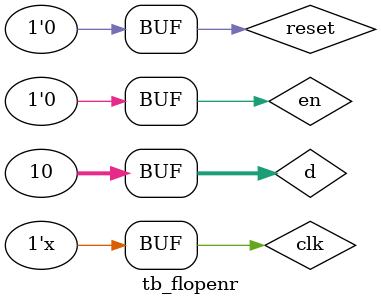
<source format=sv>
`timescale 1ns / 1ps


module tb_flopenr();
logic clk, reset, en;
logic [31:0] d, q;

floprc #(32) dut(clk, reset, en, d, q);

always #5 clk=~clk;

initial begin
clk=0;
reset=1;
en=0;
d=32'd4;
#12;
reset=0;
#10
d=32'd10;
end

endmodule

</source>
